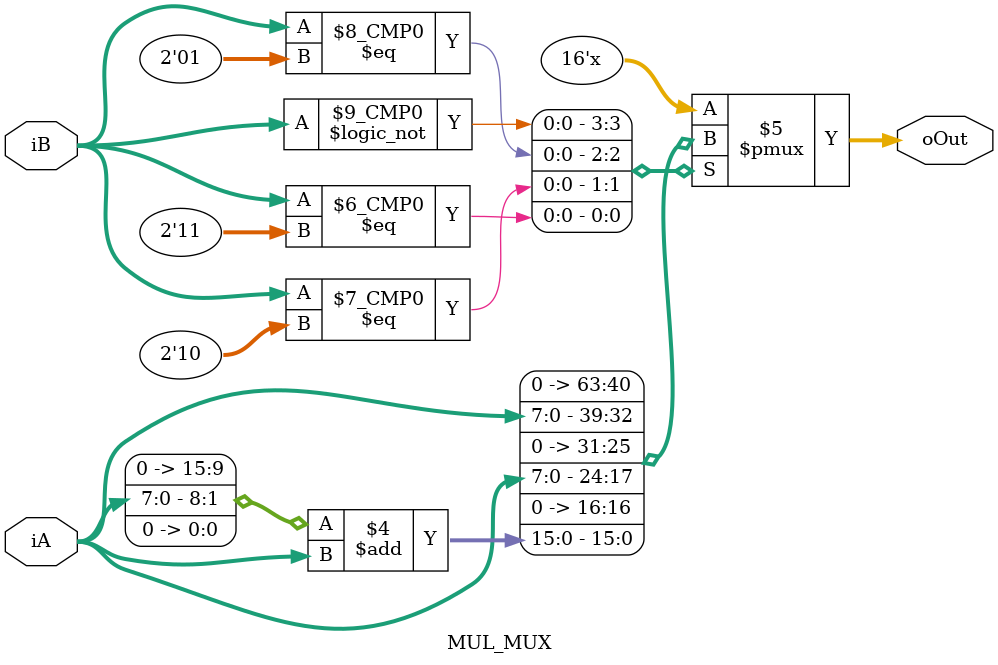
<source format=v>
`timescale 1ns / 1ps

module MUL_CUATRO_BITS(
	input wire [3:0] iA,
	input wire [3:0] iB,
	output wire [7:0] oY
);

wire wCA0,wCA1,wCA2,wCA3;
wire woYA0,woYA1,woYA2,woYA3;

wire wCB0,wCB1,wCB2,wCB3;
wire woYB0,woYB1,woYB2,woYB3;

wire wCC0,wCC1,wCC2,wCC3;
wire woYC0,woYC1,woYC2,woYC3;

//Nivel A
assign {wCA0,woYA0} =(iA[0]&iB[1])+(iA[1]&iB[0]);
assign {wCA1,woYA1} =(iA[2]&iB[0])+(iA[1]&iB[1])+wCA0;
assign {wCA2,woYA2} =(iA[3]&iB[0])+(iA[2]&iB[1])+wCA1;
assign {wCA3,woYA3} =(iA[3]&iB[1])+wCA2;
//NIvel B
assign {wCB0,woYB0} =woYA1+(iA[0]&iB[2]);
assign {wCB1,woYB1} =woYA2+(iA[1]&iB[2])+wCB0;
assign {wCB2,woYB2} =woYA3+(iA[2]&iB[2])+wCB1;
assign {wCB3,woYB3} =wCA3+(iA[3]&iB[2])+wCB2;
//Nivel C
assign {wCC0,woYC0} =woYB1+(iA[0]&iB[3]);
assign {wCC1,woYC1} =woYB2+(iA[1]&iB[3])+wCC0;
assign {wCC2,woYC2} =woYB3+(iA[2]&iB[3])+wCC1;
assign {wCC3,woYC3} =wCB3+(iA[3]&iB[3])+wCC2;
assign oY ={wCC3,woYC3,woYC2,woYC1,woYC0,woYB0,woYA0,(iA[0]&iB[0])};

endmodule



///////////////////////////
//Sumador de dos bits con acarreo
module ADDER(
	input wire iA,
	input wire iB,
	input wire iCarry,
	output wire oCarry,
	output wire oY
);
assign {oCarry,oY}=iA+iB+iCarry;
endmodule 

module MUL_MUX(
	input wire [1:0] iB,
	input wire [7:0] iA,
	output reg [15:0] oOut
);

always @(iB)
begin
	case (iB)
		2'b00: oOut=0;
		2'b01: oOut=iA;
		2'b10: oOut=(iA<<1);
		2'b11: oOut=(iA<<1)+iA;
	endcase
end

endmodule
</source>
